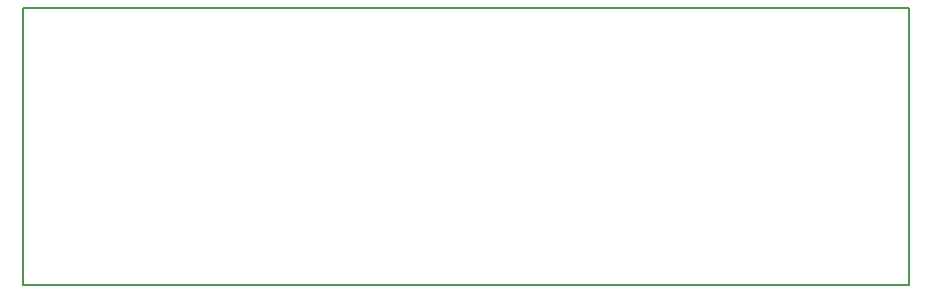
<source format=gko>
G04 Layer_Color=16711935*
%FSLAX25Y25*%
%MOIN*%
G70*
G01*
G75*
%ADD29C,0.00500*%
D29*
X0Y0D02*
X295276D01*
Y92500D01*
X0D02*
X295276D01*
X0Y0D02*
Y92500D01*
M02*

</source>
